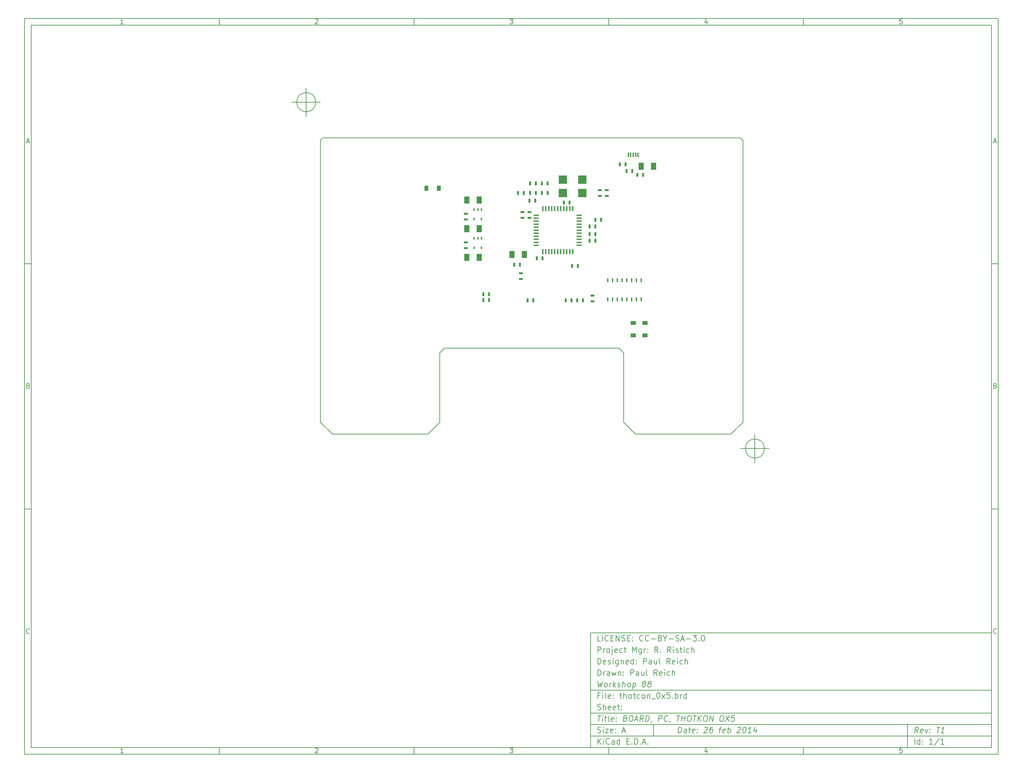
<source format=gtp>
G04 (created by PCBNEW (2013-dec-23)-stable) date Wed 26 Feb 2014 13:22:31 CST*
%MOIN*%
G04 Gerber Fmt 3.4, Leading zero omitted, Abs format*
%FSLAX34Y34*%
G01*
G70*
G90*
G04 APERTURE LIST*
%ADD10C,0.00590551*%
%ADD11C,0.006*%
%ADD12R,0.0141732X0.0478346*%
%ADD13R,0.0225X0.0405*%
%ADD14R,0.0405X0.0225*%
%ADD15R,0.0144X0.054*%
%ADD16R,0.054X0.0144*%
%ADD17R,0.018X0.027*%
%ADD18R,0.018X0.0405*%
%ADD19R,0.054X0.072*%
%ADD20R,0.0442913X0.0531496*%
%ADD21R,0.0531496X0.0442913*%
%ADD22R,0.0855X0.0855*%
G04 APERTURE END LIST*
G54D10*
X4000Y-4000D02*
X106000Y-4000D01*
X106000Y-81000D01*
X4000Y-81000D01*
X4000Y-4000D01*
X4700Y-4700D02*
X105300Y-4700D01*
X105300Y-80300D01*
X4700Y-80300D01*
X4700Y-4700D01*
X24400Y-4000D02*
X24400Y-4700D01*
X14342Y-4552D02*
X14057Y-4552D01*
X14200Y-4552D02*
X14200Y-4052D01*
X14152Y-4123D01*
X14104Y-4171D01*
X14057Y-4195D01*
X24400Y-81000D02*
X24400Y-80300D01*
X14342Y-80852D02*
X14057Y-80852D01*
X14200Y-80852D02*
X14200Y-80352D01*
X14152Y-80423D01*
X14104Y-80471D01*
X14057Y-80495D01*
X44800Y-4000D02*
X44800Y-4700D01*
X34457Y-4100D02*
X34480Y-4076D01*
X34528Y-4052D01*
X34647Y-4052D01*
X34695Y-4076D01*
X34719Y-4100D01*
X34742Y-4147D01*
X34742Y-4195D01*
X34719Y-4266D01*
X34433Y-4552D01*
X34742Y-4552D01*
X44800Y-81000D02*
X44800Y-80300D01*
X34457Y-80400D02*
X34480Y-80376D01*
X34528Y-80352D01*
X34647Y-80352D01*
X34695Y-80376D01*
X34719Y-80400D01*
X34742Y-80447D01*
X34742Y-80495D01*
X34719Y-80566D01*
X34433Y-80852D01*
X34742Y-80852D01*
X65200Y-4000D02*
X65200Y-4700D01*
X54833Y-4052D02*
X55142Y-4052D01*
X54976Y-4242D01*
X55047Y-4242D01*
X55095Y-4266D01*
X55119Y-4290D01*
X55142Y-4338D01*
X55142Y-4457D01*
X55119Y-4504D01*
X55095Y-4528D01*
X55047Y-4552D01*
X54904Y-4552D01*
X54857Y-4528D01*
X54833Y-4504D01*
X65200Y-81000D02*
X65200Y-80300D01*
X54833Y-80352D02*
X55142Y-80352D01*
X54976Y-80542D01*
X55047Y-80542D01*
X55095Y-80566D01*
X55119Y-80590D01*
X55142Y-80638D01*
X55142Y-80757D01*
X55119Y-80804D01*
X55095Y-80828D01*
X55047Y-80852D01*
X54904Y-80852D01*
X54857Y-80828D01*
X54833Y-80804D01*
X85600Y-4000D02*
X85600Y-4700D01*
X75495Y-4219D02*
X75495Y-4552D01*
X75376Y-4028D02*
X75257Y-4385D01*
X75566Y-4385D01*
X85600Y-81000D02*
X85600Y-80300D01*
X75495Y-80519D02*
X75495Y-80852D01*
X75376Y-80328D02*
X75257Y-80685D01*
X75566Y-80685D01*
X95919Y-4052D02*
X95680Y-4052D01*
X95657Y-4290D01*
X95680Y-4266D01*
X95728Y-4242D01*
X95847Y-4242D01*
X95895Y-4266D01*
X95919Y-4290D01*
X95942Y-4338D01*
X95942Y-4457D01*
X95919Y-4504D01*
X95895Y-4528D01*
X95847Y-4552D01*
X95728Y-4552D01*
X95680Y-4528D01*
X95657Y-4504D01*
X95919Y-80352D02*
X95680Y-80352D01*
X95657Y-80590D01*
X95680Y-80566D01*
X95728Y-80542D01*
X95847Y-80542D01*
X95895Y-80566D01*
X95919Y-80590D01*
X95942Y-80638D01*
X95942Y-80757D01*
X95919Y-80804D01*
X95895Y-80828D01*
X95847Y-80852D01*
X95728Y-80852D01*
X95680Y-80828D01*
X95657Y-80804D01*
X4000Y-29660D02*
X4700Y-29660D01*
X4230Y-16889D02*
X4469Y-16889D01*
X4183Y-17032D02*
X4350Y-16532D01*
X4516Y-17032D01*
X106000Y-29660D02*
X105300Y-29660D01*
X105530Y-16889D02*
X105769Y-16889D01*
X105483Y-17032D02*
X105650Y-16532D01*
X105816Y-17032D01*
X4000Y-55320D02*
X4700Y-55320D01*
X4385Y-42430D02*
X4457Y-42454D01*
X4480Y-42478D01*
X4504Y-42525D01*
X4504Y-42597D01*
X4480Y-42644D01*
X4457Y-42668D01*
X4409Y-42692D01*
X4219Y-42692D01*
X4219Y-42192D01*
X4385Y-42192D01*
X4433Y-42216D01*
X4457Y-42240D01*
X4480Y-42287D01*
X4480Y-42335D01*
X4457Y-42382D01*
X4433Y-42406D01*
X4385Y-42430D01*
X4219Y-42430D01*
X106000Y-55320D02*
X105300Y-55320D01*
X105685Y-42430D02*
X105757Y-42454D01*
X105780Y-42478D01*
X105804Y-42525D01*
X105804Y-42597D01*
X105780Y-42644D01*
X105757Y-42668D01*
X105709Y-42692D01*
X105519Y-42692D01*
X105519Y-42192D01*
X105685Y-42192D01*
X105733Y-42216D01*
X105757Y-42240D01*
X105780Y-42287D01*
X105780Y-42335D01*
X105757Y-42382D01*
X105733Y-42406D01*
X105685Y-42430D01*
X105519Y-42430D01*
X4504Y-68304D02*
X4480Y-68328D01*
X4409Y-68352D01*
X4361Y-68352D01*
X4290Y-68328D01*
X4242Y-68280D01*
X4219Y-68233D01*
X4195Y-68138D01*
X4195Y-68066D01*
X4219Y-67971D01*
X4242Y-67923D01*
X4290Y-67876D01*
X4361Y-67852D01*
X4409Y-67852D01*
X4480Y-67876D01*
X4504Y-67900D01*
X105804Y-68304D02*
X105780Y-68328D01*
X105709Y-68352D01*
X105661Y-68352D01*
X105590Y-68328D01*
X105542Y-68280D01*
X105519Y-68233D01*
X105495Y-68138D01*
X105495Y-68066D01*
X105519Y-67971D01*
X105542Y-67923D01*
X105590Y-67876D01*
X105661Y-67852D01*
X105709Y-67852D01*
X105780Y-67876D01*
X105804Y-67900D01*
X72450Y-78742D02*
X72525Y-78142D01*
X72667Y-78142D01*
X72750Y-78171D01*
X72800Y-78228D01*
X72821Y-78285D01*
X72835Y-78400D01*
X72825Y-78485D01*
X72782Y-78600D01*
X72746Y-78657D01*
X72682Y-78714D01*
X72592Y-78742D01*
X72450Y-78742D01*
X73307Y-78742D02*
X73346Y-78428D01*
X73325Y-78371D01*
X73271Y-78342D01*
X73157Y-78342D01*
X73096Y-78371D01*
X73310Y-78714D02*
X73250Y-78742D01*
X73107Y-78742D01*
X73053Y-78714D01*
X73032Y-78657D01*
X73039Y-78600D01*
X73075Y-78542D01*
X73135Y-78514D01*
X73278Y-78514D01*
X73339Y-78485D01*
X73557Y-78342D02*
X73785Y-78342D01*
X73667Y-78142D02*
X73603Y-78657D01*
X73625Y-78714D01*
X73678Y-78742D01*
X73735Y-78742D01*
X74167Y-78714D02*
X74107Y-78742D01*
X73992Y-78742D01*
X73939Y-78714D01*
X73917Y-78657D01*
X73946Y-78428D01*
X73982Y-78371D01*
X74042Y-78342D01*
X74157Y-78342D01*
X74210Y-78371D01*
X74232Y-78428D01*
X74225Y-78485D01*
X73932Y-78542D01*
X74457Y-78685D02*
X74482Y-78714D01*
X74450Y-78742D01*
X74425Y-78714D01*
X74457Y-78685D01*
X74450Y-78742D01*
X74496Y-78371D02*
X74521Y-78400D01*
X74489Y-78428D01*
X74464Y-78400D01*
X74496Y-78371D01*
X74489Y-78428D01*
X75232Y-78200D02*
X75264Y-78171D01*
X75325Y-78142D01*
X75467Y-78142D01*
X75521Y-78171D01*
X75546Y-78200D01*
X75567Y-78257D01*
X75560Y-78314D01*
X75521Y-78400D01*
X75135Y-78742D01*
X75507Y-78742D01*
X76096Y-78142D02*
X75982Y-78142D01*
X75921Y-78171D01*
X75889Y-78200D01*
X75821Y-78285D01*
X75778Y-78400D01*
X75750Y-78628D01*
X75771Y-78685D01*
X75796Y-78714D01*
X75850Y-78742D01*
X75964Y-78742D01*
X76025Y-78714D01*
X76057Y-78685D01*
X76092Y-78628D01*
X76110Y-78485D01*
X76089Y-78428D01*
X76064Y-78400D01*
X76010Y-78371D01*
X75896Y-78371D01*
X75835Y-78400D01*
X75803Y-78428D01*
X75767Y-78485D01*
X76757Y-78342D02*
X76985Y-78342D01*
X76792Y-78742D02*
X76857Y-78228D01*
X76892Y-78171D01*
X76953Y-78142D01*
X77010Y-78142D01*
X77367Y-78714D02*
X77307Y-78742D01*
X77192Y-78742D01*
X77139Y-78714D01*
X77117Y-78657D01*
X77146Y-78428D01*
X77182Y-78371D01*
X77242Y-78342D01*
X77357Y-78342D01*
X77410Y-78371D01*
X77432Y-78428D01*
X77425Y-78485D01*
X77132Y-78542D01*
X77650Y-78742D02*
X77725Y-78142D01*
X77696Y-78371D02*
X77757Y-78342D01*
X77871Y-78342D01*
X77925Y-78371D01*
X77950Y-78400D01*
X77971Y-78457D01*
X77950Y-78628D01*
X77914Y-78685D01*
X77882Y-78714D01*
X77821Y-78742D01*
X77707Y-78742D01*
X77653Y-78714D01*
X78689Y-78200D02*
X78721Y-78171D01*
X78782Y-78142D01*
X78925Y-78142D01*
X78978Y-78171D01*
X79003Y-78200D01*
X79025Y-78257D01*
X79017Y-78314D01*
X78978Y-78400D01*
X78592Y-78742D01*
X78964Y-78742D01*
X79410Y-78142D02*
X79467Y-78142D01*
X79521Y-78171D01*
X79546Y-78200D01*
X79567Y-78257D01*
X79582Y-78371D01*
X79564Y-78514D01*
X79521Y-78628D01*
X79485Y-78685D01*
X79453Y-78714D01*
X79392Y-78742D01*
X79335Y-78742D01*
X79282Y-78714D01*
X79257Y-78685D01*
X79235Y-78628D01*
X79221Y-78514D01*
X79239Y-78371D01*
X79282Y-78257D01*
X79317Y-78200D01*
X79350Y-78171D01*
X79410Y-78142D01*
X80107Y-78742D02*
X79764Y-78742D01*
X79935Y-78742D02*
X80010Y-78142D01*
X79942Y-78228D01*
X79878Y-78285D01*
X79817Y-78314D01*
X80671Y-78342D02*
X80621Y-78742D01*
X80557Y-78114D02*
X80360Y-78542D01*
X80732Y-78542D01*
X64042Y-79942D02*
X64042Y-79342D01*
X64385Y-79942D02*
X64128Y-79600D01*
X64385Y-79342D02*
X64042Y-79685D01*
X64642Y-79942D02*
X64642Y-79542D01*
X64642Y-79342D02*
X64614Y-79371D01*
X64642Y-79400D01*
X64671Y-79371D01*
X64642Y-79342D01*
X64642Y-79400D01*
X65271Y-79885D02*
X65242Y-79914D01*
X65157Y-79942D01*
X65100Y-79942D01*
X65014Y-79914D01*
X64957Y-79857D01*
X64928Y-79800D01*
X64900Y-79685D01*
X64900Y-79600D01*
X64928Y-79485D01*
X64957Y-79428D01*
X65014Y-79371D01*
X65100Y-79342D01*
X65157Y-79342D01*
X65242Y-79371D01*
X65271Y-79400D01*
X65785Y-79942D02*
X65785Y-79628D01*
X65757Y-79571D01*
X65700Y-79542D01*
X65585Y-79542D01*
X65528Y-79571D01*
X65785Y-79914D02*
X65728Y-79942D01*
X65585Y-79942D01*
X65528Y-79914D01*
X65500Y-79857D01*
X65500Y-79800D01*
X65528Y-79742D01*
X65585Y-79714D01*
X65728Y-79714D01*
X65785Y-79685D01*
X66328Y-79942D02*
X66328Y-79342D01*
X66328Y-79914D02*
X66271Y-79942D01*
X66157Y-79942D01*
X66100Y-79914D01*
X66071Y-79885D01*
X66042Y-79828D01*
X66042Y-79657D01*
X66071Y-79600D01*
X66100Y-79571D01*
X66157Y-79542D01*
X66271Y-79542D01*
X66328Y-79571D01*
X67071Y-79628D02*
X67271Y-79628D01*
X67357Y-79942D02*
X67071Y-79942D01*
X67071Y-79342D01*
X67357Y-79342D01*
X67614Y-79885D02*
X67642Y-79914D01*
X67614Y-79942D01*
X67585Y-79914D01*
X67614Y-79885D01*
X67614Y-79942D01*
X67899Y-79942D02*
X67899Y-79342D01*
X68042Y-79342D01*
X68128Y-79371D01*
X68185Y-79428D01*
X68214Y-79485D01*
X68242Y-79600D01*
X68242Y-79685D01*
X68214Y-79800D01*
X68185Y-79857D01*
X68128Y-79914D01*
X68042Y-79942D01*
X67899Y-79942D01*
X68499Y-79885D02*
X68528Y-79914D01*
X68499Y-79942D01*
X68471Y-79914D01*
X68499Y-79885D01*
X68499Y-79942D01*
X68757Y-79771D02*
X69042Y-79771D01*
X68699Y-79942D02*
X68899Y-79342D01*
X69099Y-79942D01*
X69299Y-79885D02*
X69328Y-79914D01*
X69299Y-79942D01*
X69271Y-79914D01*
X69299Y-79885D01*
X69299Y-79942D01*
X97592Y-78742D02*
X97428Y-78457D01*
X97250Y-78742D02*
X97325Y-78142D01*
X97553Y-78142D01*
X97607Y-78171D01*
X97632Y-78200D01*
X97653Y-78257D01*
X97642Y-78342D01*
X97607Y-78400D01*
X97575Y-78428D01*
X97514Y-78457D01*
X97285Y-78457D01*
X98082Y-78714D02*
X98021Y-78742D01*
X97907Y-78742D01*
X97853Y-78714D01*
X97832Y-78657D01*
X97860Y-78428D01*
X97896Y-78371D01*
X97957Y-78342D01*
X98071Y-78342D01*
X98125Y-78371D01*
X98146Y-78428D01*
X98139Y-78485D01*
X97846Y-78542D01*
X98357Y-78342D02*
X98450Y-78742D01*
X98642Y-78342D01*
X98828Y-78685D02*
X98853Y-78714D01*
X98821Y-78742D01*
X98796Y-78714D01*
X98828Y-78685D01*
X98821Y-78742D01*
X98867Y-78371D02*
X98892Y-78400D01*
X98860Y-78428D01*
X98835Y-78400D01*
X98867Y-78371D01*
X98860Y-78428D01*
X99553Y-78142D02*
X99896Y-78142D01*
X99650Y-78742D02*
X99725Y-78142D01*
X100335Y-78742D02*
X99992Y-78742D01*
X100164Y-78742D02*
X100239Y-78142D01*
X100171Y-78228D01*
X100107Y-78285D01*
X100046Y-78314D01*
X64014Y-78714D02*
X64100Y-78742D01*
X64242Y-78742D01*
X64300Y-78714D01*
X64328Y-78685D01*
X64357Y-78628D01*
X64357Y-78571D01*
X64328Y-78514D01*
X64300Y-78485D01*
X64242Y-78457D01*
X64128Y-78428D01*
X64071Y-78400D01*
X64042Y-78371D01*
X64014Y-78314D01*
X64014Y-78257D01*
X64042Y-78200D01*
X64071Y-78171D01*
X64128Y-78142D01*
X64271Y-78142D01*
X64357Y-78171D01*
X64614Y-78742D02*
X64614Y-78342D01*
X64614Y-78142D02*
X64585Y-78171D01*
X64614Y-78200D01*
X64642Y-78171D01*
X64614Y-78142D01*
X64614Y-78200D01*
X64842Y-78342D02*
X65157Y-78342D01*
X64842Y-78742D01*
X65157Y-78742D01*
X65614Y-78714D02*
X65557Y-78742D01*
X65442Y-78742D01*
X65385Y-78714D01*
X65357Y-78657D01*
X65357Y-78428D01*
X65385Y-78371D01*
X65442Y-78342D01*
X65557Y-78342D01*
X65614Y-78371D01*
X65642Y-78428D01*
X65642Y-78485D01*
X65357Y-78542D01*
X65900Y-78685D02*
X65928Y-78714D01*
X65900Y-78742D01*
X65871Y-78714D01*
X65900Y-78685D01*
X65900Y-78742D01*
X65900Y-78371D02*
X65928Y-78400D01*
X65900Y-78428D01*
X65871Y-78400D01*
X65900Y-78371D01*
X65900Y-78428D01*
X66614Y-78571D02*
X66900Y-78571D01*
X66557Y-78742D02*
X66757Y-78142D01*
X66957Y-78742D01*
X97242Y-79942D02*
X97242Y-79342D01*
X97785Y-79942D02*
X97785Y-79342D01*
X97785Y-79914D02*
X97728Y-79942D01*
X97614Y-79942D01*
X97557Y-79914D01*
X97528Y-79885D01*
X97500Y-79828D01*
X97500Y-79657D01*
X97528Y-79600D01*
X97557Y-79571D01*
X97614Y-79542D01*
X97728Y-79542D01*
X97785Y-79571D01*
X98071Y-79885D02*
X98100Y-79914D01*
X98071Y-79942D01*
X98042Y-79914D01*
X98071Y-79885D01*
X98071Y-79942D01*
X98071Y-79571D02*
X98100Y-79600D01*
X98071Y-79628D01*
X98042Y-79600D01*
X98071Y-79571D01*
X98071Y-79628D01*
X99128Y-79942D02*
X98785Y-79942D01*
X98957Y-79942D02*
X98957Y-79342D01*
X98899Y-79428D01*
X98842Y-79485D01*
X98785Y-79514D01*
X99814Y-79314D02*
X99300Y-80085D01*
X100328Y-79942D02*
X99985Y-79942D01*
X100157Y-79942D02*
X100157Y-79342D01*
X100099Y-79428D01*
X100042Y-79485D01*
X99985Y-79514D01*
X64039Y-76942D02*
X64382Y-76942D01*
X64135Y-77542D02*
X64210Y-76942D01*
X64507Y-77542D02*
X64557Y-77142D01*
X64582Y-76942D02*
X64550Y-76971D01*
X64575Y-77000D01*
X64607Y-76971D01*
X64582Y-76942D01*
X64575Y-77000D01*
X64757Y-77142D02*
X64985Y-77142D01*
X64867Y-76942D02*
X64803Y-77457D01*
X64825Y-77514D01*
X64878Y-77542D01*
X64935Y-77542D01*
X65221Y-77542D02*
X65167Y-77514D01*
X65146Y-77457D01*
X65210Y-76942D01*
X65682Y-77514D02*
X65621Y-77542D01*
X65507Y-77542D01*
X65453Y-77514D01*
X65432Y-77457D01*
X65460Y-77228D01*
X65496Y-77171D01*
X65557Y-77142D01*
X65671Y-77142D01*
X65725Y-77171D01*
X65746Y-77228D01*
X65739Y-77285D01*
X65446Y-77342D01*
X65971Y-77485D02*
X65996Y-77514D01*
X65964Y-77542D01*
X65939Y-77514D01*
X65971Y-77485D01*
X65964Y-77542D01*
X66010Y-77171D02*
X66035Y-77200D01*
X66003Y-77228D01*
X65978Y-77200D01*
X66010Y-77171D01*
X66003Y-77228D01*
X66946Y-77228D02*
X67028Y-77257D01*
X67053Y-77285D01*
X67075Y-77342D01*
X67064Y-77428D01*
X67028Y-77485D01*
X66996Y-77514D01*
X66935Y-77542D01*
X66707Y-77542D01*
X66782Y-76942D01*
X66982Y-76942D01*
X67035Y-76971D01*
X67060Y-77000D01*
X67082Y-77057D01*
X67075Y-77114D01*
X67039Y-77171D01*
X67007Y-77200D01*
X66946Y-77228D01*
X66746Y-77228D01*
X67496Y-76942D02*
X67610Y-76942D01*
X67664Y-76971D01*
X67714Y-77028D01*
X67728Y-77142D01*
X67703Y-77342D01*
X67660Y-77457D01*
X67596Y-77514D01*
X67535Y-77542D01*
X67421Y-77542D01*
X67367Y-77514D01*
X67317Y-77457D01*
X67303Y-77342D01*
X67328Y-77142D01*
X67371Y-77028D01*
X67435Y-76971D01*
X67496Y-76942D01*
X67928Y-77371D02*
X68214Y-77371D01*
X67850Y-77542D02*
X68125Y-76942D01*
X68250Y-77542D01*
X68792Y-77542D02*
X68628Y-77257D01*
X68450Y-77542D02*
X68525Y-76942D01*
X68753Y-76942D01*
X68807Y-76971D01*
X68832Y-77000D01*
X68853Y-77057D01*
X68842Y-77142D01*
X68807Y-77200D01*
X68775Y-77228D01*
X68714Y-77257D01*
X68485Y-77257D01*
X69050Y-77542D02*
X69125Y-76942D01*
X69267Y-76942D01*
X69350Y-76971D01*
X69400Y-77028D01*
X69421Y-77085D01*
X69435Y-77200D01*
X69425Y-77285D01*
X69382Y-77400D01*
X69346Y-77457D01*
X69282Y-77514D01*
X69192Y-77542D01*
X69050Y-77542D01*
X69682Y-77514D02*
X69678Y-77542D01*
X69642Y-77600D01*
X69610Y-77628D01*
X70392Y-77542D02*
X70467Y-76942D01*
X70696Y-76942D01*
X70749Y-76971D01*
X70775Y-77000D01*
X70796Y-77057D01*
X70785Y-77142D01*
X70750Y-77200D01*
X70717Y-77228D01*
X70657Y-77257D01*
X70428Y-77257D01*
X71342Y-77485D02*
X71310Y-77514D01*
X71221Y-77542D01*
X71164Y-77542D01*
X71082Y-77514D01*
X71032Y-77457D01*
X71010Y-77400D01*
X70996Y-77285D01*
X71007Y-77200D01*
X71050Y-77085D01*
X71085Y-77028D01*
X71149Y-76971D01*
X71239Y-76942D01*
X71296Y-76942D01*
X71378Y-76971D01*
X71403Y-77000D01*
X71625Y-77514D02*
X71621Y-77542D01*
X71585Y-77600D01*
X71553Y-77628D01*
X72325Y-76942D02*
X72667Y-76942D01*
X72421Y-77542D02*
X72496Y-76942D01*
X72792Y-77542D02*
X72867Y-76942D01*
X72832Y-77228D02*
X73175Y-77228D01*
X73135Y-77542D02*
X73210Y-76942D01*
X73610Y-76942D02*
X73725Y-76942D01*
X73778Y-76971D01*
X73828Y-77028D01*
X73842Y-77142D01*
X73817Y-77342D01*
X73774Y-77457D01*
X73710Y-77514D01*
X73650Y-77542D01*
X73535Y-77542D01*
X73482Y-77514D01*
X73432Y-77457D01*
X73417Y-77342D01*
X73442Y-77142D01*
X73485Y-77028D01*
X73549Y-76971D01*
X73610Y-76942D01*
X74039Y-76942D02*
X74382Y-76942D01*
X74135Y-77542D02*
X74210Y-76942D01*
X74507Y-77542D02*
X74582Y-76942D01*
X74849Y-77542D02*
X74635Y-77200D01*
X74924Y-76942D02*
X74539Y-77285D01*
X75296Y-76942D02*
X75410Y-76942D01*
X75464Y-76971D01*
X75514Y-77028D01*
X75528Y-77142D01*
X75503Y-77342D01*
X75460Y-77457D01*
X75396Y-77514D01*
X75335Y-77542D01*
X75221Y-77542D01*
X75167Y-77514D01*
X75117Y-77457D01*
X75103Y-77342D01*
X75128Y-77142D01*
X75171Y-77028D01*
X75235Y-76971D01*
X75296Y-76942D01*
X75735Y-77542D02*
X75810Y-76942D01*
X76078Y-77542D01*
X76153Y-76942D01*
X77010Y-76942D02*
X77124Y-76942D01*
X77178Y-76971D01*
X77228Y-77028D01*
X77242Y-77142D01*
X77217Y-77342D01*
X77174Y-77457D01*
X77110Y-77514D01*
X77049Y-77542D01*
X76935Y-77542D01*
X76882Y-77514D01*
X76832Y-77457D01*
X76817Y-77342D01*
X76842Y-77142D01*
X76885Y-77028D01*
X76949Y-76971D01*
X77010Y-76942D01*
X77467Y-76942D02*
X77792Y-77542D01*
X77867Y-76942D02*
X77392Y-77542D01*
X78382Y-76942D02*
X78096Y-76942D01*
X78032Y-77228D01*
X78064Y-77200D01*
X78124Y-77171D01*
X78267Y-77171D01*
X78321Y-77200D01*
X78346Y-77228D01*
X78367Y-77285D01*
X78349Y-77428D01*
X78314Y-77485D01*
X78282Y-77514D01*
X78221Y-77542D01*
X78078Y-77542D01*
X78024Y-77514D01*
X77999Y-77485D01*
X64242Y-74828D02*
X64042Y-74828D01*
X64042Y-75142D02*
X64042Y-74542D01*
X64328Y-74542D01*
X64557Y-75142D02*
X64557Y-74742D01*
X64557Y-74542D02*
X64528Y-74571D01*
X64557Y-74600D01*
X64585Y-74571D01*
X64557Y-74542D01*
X64557Y-74600D01*
X64928Y-75142D02*
X64871Y-75114D01*
X64842Y-75057D01*
X64842Y-74542D01*
X65385Y-75114D02*
X65328Y-75142D01*
X65214Y-75142D01*
X65157Y-75114D01*
X65128Y-75057D01*
X65128Y-74828D01*
X65157Y-74771D01*
X65214Y-74742D01*
X65328Y-74742D01*
X65385Y-74771D01*
X65414Y-74828D01*
X65414Y-74885D01*
X65128Y-74942D01*
X65671Y-75085D02*
X65700Y-75114D01*
X65671Y-75142D01*
X65642Y-75114D01*
X65671Y-75085D01*
X65671Y-75142D01*
X65671Y-74771D02*
X65700Y-74800D01*
X65671Y-74828D01*
X65642Y-74800D01*
X65671Y-74771D01*
X65671Y-74828D01*
X66328Y-74742D02*
X66557Y-74742D01*
X66414Y-74542D02*
X66414Y-75057D01*
X66442Y-75114D01*
X66500Y-75142D01*
X66557Y-75142D01*
X66757Y-75142D02*
X66757Y-74542D01*
X67014Y-75142D02*
X67014Y-74828D01*
X66985Y-74771D01*
X66928Y-74742D01*
X66842Y-74742D01*
X66785Y-74771D01*
X66757Y-74800D01*
X67385Y-75142D02*
X67328Y-75114D01*
X67300Y-75085D01*
X67271Y-75028D01*
X67271Y-74857D01*
X67300Y-74800D01*
X67328Y-74771D01*
X67385Y-74742D01*
X67471Y-74742D01*
X67528Y-74771D01*
X67557Y-74800D01*
X67585Y-74857D01*
X67585Y-75028D01*
X67557Y-75085D01*
X67528Y-75114D01*
X67471Y-75142D01*
X67385Y-75142D01*
X67757Y-74742D02*
X67985Y-74742D01*
X67842Y-74542D02*
X67842Y-75057D01*
X67871Y-75114D01*
X67928Y-75142D01*
X67985Y-75142D01*
X68442Y-75114D02*
X68385Y-75142D01*
X68271Y-75142D01*
X68214Y-75114D01*
X68185Y-75085D01*
X68157Y-75028D01*
X68157Y-74857D01*
X68185Y-74800D01*
X68214Y-74771D01*
X68271Y-74742D01*
X68385Y-74742D01*
X68442Y-74771D01*
X68785Y-75142D02*
X68728Y-75114D01*
X68700Y-75085D01*
X68671Y-75028D01*
X68671Y-74857D01*
X68700Y-74800D01*
X68728Y-74771D01*
X68785Y-74742D01*
X68871Y-74742D01*
X68928Y-74771D01*
X68957Y-74800D01*
X68985Y-74857D01*
X68985Y-75028D01*
X68957Y-75085D01*
X68928Y-75114D01*
X68871Y-75142D01*
X68785Y-75142D01*
X69242Y-74742D02*
X69242Y-75142D01*
X69242Y-74800D02*
X69271Y-74771D01*
X69328Y-74742D01*
X69414Y-74742D01*
X69471Y-74771D01*
X69500Y-74828D01*
X69500Y-75142D01*
X69642Y-75200D02*
X70100Y-75200D01*
X70357Y-74542D02*
X70414Y-74542D01*
X70471Y-74571D01*
X70500Y-74600D01*
X70528Y-74657D01*
X70557Y-74771D01*
X70557Y-74914D01*
X70528Y-75028D01*
X70500Y-75085D01*
X70471Y-75114D01*
X70414Y-75142D01*
X70357Y-75142D01*
X70300Y-75114D01*
X70271Y-75085D01*
X70242Y-75028D01*
X70214Y-74914D01*
X70214Y-74771D01*
X70242Y-74657D01*
X70271Y-74600D01*
X70300Y-74571D01*
X70357Y-74542D01*
X70757Y-75142D02*
X71071Y-74742D01*
X70757Y-74742D02*
X71071Y-75142D01*
X71585Y-74542D02*
X71300Y-74542D01*
X71271Y-74828D01*
X71300Y-74800D01*
X71357Y-74771D01*
X71500Y-74771D01*
X71557Y-74800D01*
X71585Y-74828D01*
X71614Y-74885D01*
X71614Y-75028D01*
X71585Y-75085D01*
X71557Y-75114D01*
X71500Y-75142D01*
X71357Y-75142D01*
X71300Y-75114D01*
X71271Y-75085D01*
X71871Y-75085D02*
X71900Y-75114D01*
X71871Y-75142D01*
X71842Y-75114D01*
X71871Y-75085D01*
X71871Y-75142D01*
X72157Y-75142D02*
X72157Y-74542D01*
X72157Y-74771D02*
X72214Y-74742D01*
X72328Y-74742D01*
X72385Y-74771D01*
X72414Y-74800D01*
X72442Y-74857D01*
X72442Y-75028D01*
X72414Y-75085D01*
X72385Y-75114D01*
X72328Y-75142D01*
X72214Y-75142D01*
X72157Y-75114D01*
X72700Y-75142D02*
X72700Y-74742D01*
X72700Y-74857D02*
X72728Y-74800D01*
X72757Y-74771D01*
X72814Y-74742D01*
X72871Y-74742D01*
X73328Y-75142D02*
X73328Y-74542D01*
X73328Y-75114D02*
X73271Y-75142D01*
X73157Y-75142D01*
X73100Y-75114D01*
X73071Y-75085D01*
X73042Y-75028D01*
X73042Y-74857D01*
X73071Y-74800D01*
X73100Y-74771D01*
X73157Y-74742D01*
X73271Y-74742D01*
X73328Y-74771D01*
X64014Y-76314D02*
X64100Y-76342D01*
X64242Y-76342D01*
X64300Y-76314D01*
X64328Y-76285D01*
X64357Y-76228D01*
X64357Y-76171D01*
X64328Y-76114D01*
X64300Y-76085D01*
X64242Y-76057D01*
X64128Y-76028D01*
X64071Y-76000D01*
X64042Y-75971D01*
X64014Y-75914D01*
X64014Y-75857D01*
X64042Y-75800D01*
X64071Y-75771D01*
X64128Y-75742D01*
X64271Y-75742D01*
X64357Y-75771D01*
X64614Y-76342D02*
X64614Y-75742D01*
X64871Y-76342D02*
X64871Y-76028D01*
X64842Y-75971D01*
X64785Y-75942D01*
X64700Y-75942D01*
X64642Y-75971D01*
X64614Y-76000D01*
X65385Y-76314D02*
X65328Y-76342D01*
X65214Y-76342D01*
X65157Y-76314D01*
X65128Y-76257D01*
X65128Y-76028D01*
X65157Y-75971D01*
X65214Y-75942D01*
X65328Y-75942D01*
X65385Y-75971D01*
X65414Y-76028D01*
X65414Y-76085D01*
X65128Y-76142D01*
X65900Y-76314D02*
X65842Y-76342D01*
X65728Y-76342D01*
X65671Y-76314D01*
X65642Y-76257D01*
X65642Y-76028D01*
X65671Y-75971D01*
X65728Y-75942D01*
X65842Y-75942D01*
X65900Y-75971D01*
X65928Y-76028D01*
X65928Y-76085D01*
X65642Y-76142D01*
X66100Y-75942D02*
X66328Y-75942D01*
X66185Y-75742D02*
X66185Y-76257D01*
X66214Y-76314D01*
X66271Y-76342D01*
X66328Y-76342D01*
X66528Y-76285D02*
X66557Y-76314D01*
X66528Y-76342D01*
X66500Y-76314D01*
X66528Y-76285D01*
X66528Y-76342D01*
X66528Y-75971D02*
X66557Y-76000D01*
X66528Y-76028D01*
X66500Y-76000D01*
X66528Y-75971D01*
X66528Y-76028D01*
X64067Y-73342D02*
X64135Y-73942D01*
X64303Y-73514D01*
X64364Y-73942D01*
X64582Y-73342D01*
X64821Y-73942D02*
X64767Y-73914D01*
X64742Y-73885D01*
X64721Y-73828D01*
X64742Y-73657D01*
X64778Y-73600D01*
X64810Y-73571D01*
X64871Y-73542D01*
X64957Y-73542D01*
X65010Y-73571D01*
X65035Y-73600D01*
X65057Y-73657D01*
X65035Y-73828D01*
X65000Y-73885D01*
X64967Y-73914D01*
X64907Y-73942D01*
X64821Y-73942D01*
X65278Y-73942D02*
X65328Y-73542D01*
X65314Y-73657D02*
X65350Y-73600D01*
X65382Y-73571D01*
X65442Y-73542D01*
X65500Y-73542D01*
X65650Y-73942D02*
X65725Y-73342D01*
X65735Y-73714D02*
X65878Y-73942D01*
X65928Y-73542D02*
X65671Y-73771D01*
X66110Y-73914D02*
X66164Y-73942D01*
X66278Y-73942D01*
X66339Y-73914D01*
X66375Y-73857D01*
X66378Y-73828D01*
X66357Y-73771D01*
X66303Y-73742D01*
X66217Y-73742D01*
X66164Y-73714D01*
X66142Y-73657D01*
X66146Y-73628D01*
X66182Y-73571D01*
X66242Y-73542D01*
X66328Y-73542D01*
X66382Y-73571D01*
X66621Y-73942D02*
X66696Y-73342D01*
X66878Y-73942D02*
X66917Y-73628D01*
X66896Y-73571D01*
X66842Y-73542D01*
X66757Y-73542D01*
X66696Y-73571D01*
X66664Y-73600D01*
X67249Y-73942D02*
X67196Y-73914D01*
X67171Y-73885D01*
X67150Y-73828D01*
X67171Y-73657D01*
X67207Y-73600D01*
X67239Y-73571D01*
X67299Y-73542D01*
X67385Y-73542D01*
X67439Y-73571D01*
X67464Y-73600D01*
X67485Y-73657D01*
X67464Y-73828D01*
X67428Y-73885D01*
X67396Y-73914D01*
X67335Y-73942D01*
X67249Y-73942D01*
X67757Y-73542D02*
X67682Y-74142D01*
X67753Y-73571D02*
X67814Y-73542D01*
X67928Y-73542D01*
X67982Y-73571D01*
X68007Y-73600D01*
X68028Y-73657D01*
X68007Y-73828D01*
X67971Y-73885D01*
X67939Y-73914D01*
X67878Y-73942D01*
X67764Y-73942D01*
X67710Y-73914D01*
X68835Y-73600D02*
X68782Y-73571D01*
X68757Y-73542D01*
X68735Y-73485D01*
X68739Y-73457D01*
X68774Y-73400D01*
X68807Y-73371D01*
X68867Y-73342D01*
X68982Y-73342D01*
X69035Y-73371D01*
X69060Y-73400D01*
X69082Y-73457D01*
X69078Y-73485D01*
X69042Y-73542D01*
X69010Y-73571D01*
X68949Y-73600D01*
X68835Y-73600D01*
X68775Y-73628D01*
X68742Y-73657D01*
X68707Y-73714D01*
X68692Y-73828D01*
X68714Y-73885D01*
X68739Y-73914D01*
X68792Y-73942D01*
X68907Y-73942D01*
X68967Y-73914D01*
X68999Y-73885D01*
X69035Y-73828D01*
X69049Y-73714D01*
X69028Y-73657D01*
X69003Y-73628D01*
X68949Y-73600D01*
X69407Y-73600D02*
X69353Y-73571D01*
X69328Y-73542D01*
X69307Y-73485D01*
X69310Y-73457D01*
X69346Y-73400D01*
X69378Y-73371D01*
X69439Y-73342D01*
X69553Y-73342D01*
X69607Y-73371D01*
X69632Y-73400D01*
X69653Y-73457D01*
X69650Y-73485D01*
X69614Y-73542D01*
X69582Y-73571D01*
X69521Y-73600D01*
X69407Y-73600D01*
X69346Y-73628D01*
X69314Y-73657D01*
X69278Y-73714D01*
X69264Y-73828D01*
X69285Y-73885D01*
X69310Y-73914D01*
X69364Y-73942D01*
X69478Y-73942D01*
X69539Y-73914D01*
X69571Y-73885D01*
X69607Y-73828D01*
X69621Y-73714D01*
X69599Y-73657D01*
X69575Y-73628D01*
X69521Y-73600D01*
X64042Y-72742D02*
X64042Y-72142D01*
X64185Y-72142D01*
X64271Y-72171D01*
X64328Y-72228D01*
X64357Y-72285D01*
X64385Y-72400D01*
X64385Y-72485D01*
X64357Y-72600D01*
X64328Y-72657D01*
X64271Y-72714D01*
X64185Y-72742D01*
X64042Y-72742D01*
X64642Y-72742D02*
X64642Y-72342D01*
X64642Y-72457D02*
X64671Y-72400D01*
X64700Y-72371D01*
X64757Y-72342D01*
X64814Y-72342D01*
X65271Y-72742D02*
X65271Y-72428D01*
X65242Y-72371D01*
X65185Y-72342D01*
X65071Y-72342D01*
X65014Y-72371D01*
X65271Y-72714D02*
X65214Y-72742D01*
X65071Y-72742D01*
X65014Y-72714D01*
X64985Y-72657D01*
X64985Y-72600D01*
X65014Y-72542D01*
X65071Y-72514D01*
X65214Y-72514D01*
X65271Y-72485D01*
X65500Y-72342D02*
X65614Y-72742D01*
X65728Y-72457D01*
X65842Y-72742D01*
X65957Y-72342D01*
X66185Y-72342D02*
X66185Y-72742D01*
X66185Y-72400D02*
X66214Y-72371D01*
X66271Y-72342D01*
X66357Y-72342D01*
X66414Y-72371D01*
X66442Y-72428D01*
X66442Y-72742D01*
X66728Y-72685D02*
X66757Y-72714D01*
X66728Y-72742D01*
X66700Y-72714D01*
X66728Y-72685D01*
X66728Y-72742D01*
X66728Y-72371D02*
X66757Y-72400D01*
X66728Y-72428D01*
X66700Y-72400D01*
X66728Y-72371D01*
X66728Y-72428D01*
X67471Y-72742D02*
X67471Y-72142D01*
X67700Y-72142D01*
X67757Y-72171D01*
X67785Y-72200D01*
X67814Y-72257D01*
X67814Y-72342D01*
X67785Y-72400D01*
X67757Y-72428D01*
X67700Y-72457D01*
X67471Y-72457D01*
X68328Y-72742D02*
X68328Y-72428D01*
X68300Y-72371D01*
X68242Y-72342D01*
X68128Y-72342D01*
X68071Y-72371D01*
X68328Y-72714D02*
X68271Y-72742D01*
X68128Y-72742D01*
X68071Y-72714D01*
X68042Y-72657D01*
X68042Y-72600D01*
X68071Y-72542D01*
X68128Y-72514D01*
X68271Y-72514D01*
X68328Y-72485D01*
X68871Y-72342D02*
X68871Y-72742D01*
X68614Y-72342D02*
X68614Y-72657D01*
X68642Y-72714D01*
X68699Y-72742D01*
X68785Y-72742D01*
X68842Y-72714D01*
X68871Y-72685D01*
X69242Y-72742D02*
X69185Y-72714D01*
X69157Y-72657D01*
X69157Y-72142D01*
X70271Y-72742D02*
X70071Y-72457D01*
X69928Y-72742D02*
X69928Y-72142D01*
X70157Y-72142D01*
X70214Y-72171D01*
X70242Y-72200D01*
X70271Y-72257D01*
X70271Y-72342D01*
X70242Y-72400D01*
X70214Y-72428D01*
X70157Y-72457D01*
X69928Y-72457D01*
X70757Y-72714D02*
X70700Y-72742D01*
X70585Y-72742D01*
X70528Y-72714D01*
X70500Y-72657D01*
X70500Y-72428D01*
X70528Y-72371D01*
X70585Y-72342D01*
X70700Y-72342D01*
X70757Y-72371D01*
X70785Y-72428D01*
X70785Y-72485D01*
X70500Y-72542D01*
X71042Y-72742D02*
X71042Y-72342D01*
X71042Y-72142D02*
X71014Y-72171D01*
X71042Y-72200D01*
X71071Y-72171D01*
X71042Y-72142D01*
X71042Y-72200D01*
X71585Y-72714D02*
X71528Y-72742D01*
X71414Y-72742D01*
X71357Y-72714D01*
X71328Y-72685D01*
X71300Y-72628D01*
X71300Y-72457D01*
X71328Y-72400D01*
X71357Y-72371D01*
X71414Y-72342D01*
X71528Y-72342D01*
X71585Y-72371D01*
X71842Y-72742D02*
X71842Y-72142D01*
X72100Y-72742D02*
X72100Y-72428D01*
X72071Y-72371D01*
X72014Y-72342D01*
X71928Y-72342D01*
X71871Y-72371D01*
X71842Y-72400D01*
X64042Y-71542D02*
X64042Y-70942D01*
X64185Y-70942D01*
X64271Y-70971D01*
X64328Y-71028D01*
X64357Y-71085D01*
X64385Y-71200D01*
X64385Y-71285D01*
X64357Y-71400D01*
X64328Y-71457D01*
X64271Y-71514D01*
X64185Y-71542D01*
X64042Y-71542D01*
X64871Y-71514D02*
X64814Y-71542D01*
X64700Y-71542D01*
X64642Y-71514D01*
X64614Y-71457D01*
X64614Y-71228D01*
X64642Y-71171D01*
X64700Y-71142D01*
X64814Y-71142D01*
X64871Y-71171D01*
X64900Y-71228D01*
X64900Y-71285D01*
X64614Y-71342D01*
X65128Y-71514D02*
X65185Y-71542D01*
X65300Y-71542D01*
X65357Y-71514D01*
X65385Y-71457D01*
X65385Y-71428D01*
X65357Y-71371D01*
X65300Y-71342D01*
X65214Y-71342D01*
X65157Y-71314D01*
X65128Y-71257D01*
X65128Y-71228D01*
X65157Y-71171D01*
X65214Y-71142D01*
X65300Y-71142D01*
X65357Y-71171D01*
X65642Y-71542D02*
X65642Y-71142D01*
X65642Y-70942D02*
X65614Y-70971D01*
X65642Y-71000D01*
X65671Y-70971D01*
X65642Y-70942D01*
X65642Y-71000D01*
X66185Y-71142D02*
X66185Y-71628D01*
X66157Y-71685D01*
X66128Y-71714D01*
X66071Y-71742D01*
X65985Y-71742D01*
X65928Y-71714D01*
X66185Y-71514D02*
X66128Y-71542D01*
X66014Y-71542D01*
X65957Y-71514D01*
X65928Y-71485D01*
X65900Y-71428D01*
X65900Y-71257D01*
X65928Y-71200D01*
X65957Y-71171D01*
X66014Y-71142D01*
X66128Y-71142D01*
X66185Y-71171D01*
X66471Y-71142D02*
X66471Y-71542D01*
X66471Y-71200D02*
X66500Y-71171D01*
X66557Y-71142D01*
X66642Y-71142D01*
X66700Y-71171D01*
X66728Y-71228D01*
X66728Y-71542D01*
X67242Y-71514D02*
X67185Y-71542D01*
X67071Y-71542D01*
X67014Y-71514D01*
X66985Y-71457D01*
X66985Y-71228D01*
X67014Y-71171D01*
X67071Y-71142D01*
X67185Y-71142D01*
X67242Y-71171D01*
X67271Y-71228D01*
X67271Y-71285D01*
X66985Y-71342D01*
X67785Y-71542D02*
X67785Y-70942D01*
X67785Y-71514D02*
X67728Y-71542D01*
X67614Y-71542D01*
X67557Y-71514D01*
X67528Y-71485D01*
X67500Y-71428D01*
X67500Y-71257D01*
X67528Y-71200D01*
X67557Y-71171D01*
X67614Y-71142D01*
X67728Y-71142D01*
X67785Y-71171D01*
X68071Y-71485D02*
X68100Y-71514D01*
X68071Y-71542D01*
X68042Y-71514D01*
X68071Y-71485D01*
X68071Y-71542D01*
X68071Y-71171D02*
X68100Y-71200D01*
X68071Y-71228D01*
X68042Y-71200D01*
X68071Y-71171D01*
X68071Y-71228D01*
X68814Y-71542D02*
X68814Y-70942D01*
X69042Y-70942D01*
X69099Y-70971D01*
X69128Y-71000D01*
X69157Y-71057D01*
X69157Y-71142D01*
X69128Y-71200D01*
X69099Y-71228D01*
X69042Y-71257D01*
X68814Y-71257D01*
X69671Y-71542D02*
X69671Y-71228D01*
X69642Y-71171D01*
X69585Y-71142D01*
X69471Y-71142D01*
X69414Y-71171D01*
X69671Y-71514D02*
X69614Y-71542D01*
X69471Y-71542D01*
X69414Y-71514D01*
X69385Y-71457D01*
X69385Y-71400D01*
X69414Y-71342D01*
X69471Y-71314D01*
X69614Y-71314D01*
X69671Y-71285D01*
X70214Y-71142D02*
X70214Y-71542D01*
X69957Y-71142D02*
X69957Y-71457D01*
X69985Y-71514D01*
X70042Y-71542D01*
X70128Y-71542D01*
X70185Y-71514D01*
X70214Y-71485D01*
X70585Y-71542D02*
X70528Y-71514D01*
X70499Y-71457D01*
X70499Y-70942D01*
X71614Y-71542D02*
X71414Y-71257D01*
X71271Y-71542D02*
X71271Y-70942D01*
X71500Y-70942D01*
X71557Y-70971D01*
X71585Y-71000D01*
X71614Y-71057D01*
X71614Y-71142D01*
X71585Y-71200D01*
X71557Y-71228D01*
X71500Y-71257D01*
X71271Y-71257D01*
X72100Y-71514D02*
X72042Y-71542D01*
X71928Y-71542D01*
X71871Y-71514D01*
X71842Y-71457D01*
X71842Y-71228D01*
X71871Y-71171D01*
X71928Y-71142D01*
X72042Y-71142D01*
X72100Y-71171D01*
X72128Y-71228D01*
X72128Y-71285D01*
X71842Y-71342D01*
X72385Y-71542D02*
X72385Y-71142D01*
X72385Y-70942D02*
X72357Y-70971D01*
X72385Y-71000D01*
X72414Y-70971D01*
X72385Y-70942D01*
X72385Y-71000D01*
X72928Y-71514D02*
X72871Y-71542D01*
X72757Y-71542D01*
X72700Y-71514D01*
X72671Y-71485D01*
X72642Y-71428D01*
X72642Y-71257D01*
X72671Y-71200D01*
X72700Y-71171D01*
X72757Y-71142D01*
X72871Y-71142D01*
X72928Y-71171D01*
X73185Y-71542D02*
X73185Y-70942D01*
X73442Y-71542D02*
X73442Y-71228D01*
X73414Y-71171D01*
X73357Y-71142D01*
X73271Y-71142D01*
X73214Y-71171D01*
X73185Y-71200D01*
X64042Y-70342D02*
X64042Y-69742D01*
X64271Y-69742D01*
X64328Y-69771D01*
X64357Y-69800D01*
X64385Y-69857D01*
X64385Y-69942D01*
X64357Y-70000D01*
X64328Y-70028D01*
X64271Y-70057D01*
X64042Y-70057D01*
X64642Y-70342D02*
X64642Y-69942D01*
X64642Y-70057D02*
X64671Y-70000D01*
X64700Y-69971D01*
X64757Y-69942D01*
X64814Y-69942D01*
X65100Y-70342D02*
X65042Y-70314D01*
X65014Y-70285D01*
X64985Y-70228D01*
X64985Y-70057D01*
X65014Y-70000D01*
X65042Y-69971D01*
X65100Y-69942D01*
X65185Y-69942D01*
X65242Y-69971D01*
X65271Y-70000D01*
X65300Y-70057D01*
X65300Y-70228D01*
X65271Y-70285D01*
X65242Y-70314D01*
X65185Y-70342D01*
X65100Y-70342D01*
X65557Y-69942D02*
X65557Y-70457D01*
X65528Y-70514D01*
X65471Y-70542D01*
X65442Y-70542D01*
X65557Y-69742D02*
X65528Y-69771D01*
X65557Y-69800D01*
X65585Y-69771D01*
X65557Y-69742D01*
X65557Y-69800D01*
X66071Y-70314D02*
X66014Y-70342D01*
X65900Y-70342D01*
X65842Y-70314D01*
X65814Y-70257D01*
X65814Y-70028D01*
X65842Y-69971D01*
X65900Y-69942D01*
X66014Y-69942D01*
X66071Y-69971D01*
X66100Y-70028D01*
X66100Y-70085D01*
X65814Y-70142D01*
X66614Y-70314D02*
X66557Y-70342D01*
X66442Y-70342D01*
X66385Y-70314D01*
X66357Y-70285D01*
X66328Y-70228D01*
X66328Y-70057D01*
X66357Y-70000D01*
X66385Y-69971D01*
X66442Y-69942D01*
X66557Y-69942D01*
X66614Y-69971D01*
X66785Y-69942D02*
X67014Y-69942D01*
X66871Y-69742D02*
X66871Y-70257D01*
X66900Y-70314D01*
X66957Y-70342D01*
X67014Y-70342D01*
X67671Y-70342D02*
X67671Y-69742D01*
X67871Y-70171D01*
X68071Y-69742D01*
X68071Y-70342D01*
X68614Y-69942D02*
X68614Y-70428D01*
X68585Y-70485D01*
X68557Y-70514D01*
X68500Y-70542D01*
X68414Y-70542D01*
X68357Y-70514D01*
X68614Y-70314D02*
X68557Y-70342D01*
X68442Y-70342D01*
X68385Y-70314D01*
X68357Y-70285D01*
X68328Y-70228D01*
X68328Y-70057D01*
X68357Y-70000D01*
X68385Y-69971D01*
X68442Y-69942D01*
X68557Y-69942D01*
X68614Y-69971D01*
X68900Y-70342D02*
X68900Y-69942D01*
X68900Y-70057D02*
X68928Y-70000D01*
X68957Y-69971D01*
X69014Y-69942D01*
X69071Y-69942D01*
X69271Y-70285D02*
X69300Y-70314D01*
X69271Y-70342D01*
X69242Y-70314D01*
X69271Y-70285D01*
X69271Y-70342D01*
X69271Y-69971D02*
X69300Y-70000D01*
X69271Y-70028D01*
X69242Y-70000D01*
X69271Y-69971D01*
X69271Y-70028D01*
X70357Y-70342D02*
X70157Y-70057D01*
X70014Y-70342D02*
X70014Y-69742D01*
X70242Y-69742D01*
X70300Y-69771D01*
X70328Y-69800D01*
X70357Y-69857D01*
X70357Y-69942D01*
X70328Y-70000D01*
X70300Y-70028D01*
X70242Y-70057D01*
X70014Y-70057D01*
X70614Y-70285D02*
X70642Y-70314D01*
X70614Y-70342D01*
X70585Y-70314D01*
X70614Y-70285D01*
X70614Y-70342D01*
X71700Y-70342D02*
X71500Y-70057D01*
X71357Y-70342D02*
X71357Y-69742D01*
X71585Y-69742D01*
X71642Y-69771D01*
X71671Y-69800D01*
X71700Y-69857D01*
X71700Y-69942D01*
X71671Y-70000D01*
X71642Y-70028D01*
X71585Y-70057D01*
X71357Y-70057D01*
X71957Y-70342D02*
X71957Y-69942D01*
X71957Y-69742D02*
X71928Y-69771D01*
X71957Y-69800D01*
X71985Y-69771D01*
X71957Y-69742D01*
X71957Y-69800D01*
X72214Y-70314D02*
X72271Y-70342D01*
X72385Y-70342D01*
X72442Y-70314D01*
X72471Y-70257D01*
X72471Y-70228D01*
X72442Y-70171D01*
X72385Y-70142D01*
X72300Y-70142D01*
X72242Y-70114D01*
X72214Y-70057D01*
X72214Y-70028D01*
X72242Y-69971D01*
X72300Y-69942D01*
X72385Y-69942D01*
X72442Y-69971D01*
X72642Y-69942D02*
X72871Y-69942D01*
X72728Y-69742D02*
X72728Y-70257D01*
X72757Y-70314D01*
X72814Y-70342D01*
X72871Y-70342D01*
X73071Y-70342D02*
X73071Y-69942D01*
X73071Y-69742D02*
X73042Y-69771D01*
X73071Y-69800D01*
X73100Y-69771D01*
X73071Y-69742D01*
X73071Y-69800D01*
X73614Y-70314D02*
X73557Y-70342D01*
X73442Y-70342D01*
X73385Y-70314D01*
X73357Y-70285D01*
X73328Y-70228D01*
X73328Y-70057D01*
X73357Y-70000D01*
X73385Y-69971D01*
X73442Y-69942D01*
X73557Y-69942D01*
X73614Y-69971D01*
X73871Y-70342D02*
X73871Y-69742D01*
X74128Y-70342D02*
X74128Y-70028D01*
X74100Y-69971D01*
X74042Y-69942D01*
X73957Y-69942D01*
X73900Y-69971D01*
X73871Y-70000D01*
X64328Y-69142D02*
X64042Y-69142D01*
X64042Y-68542D01*
X64528Y-69142D02*
X64528Y-68542D01*
X65157Y-69085D02*
X65128Y-69114D01*
X65042Y-69142D01*
X64985Y-69142D01*
X64899Y-69114D01*
X64842Y-69057D01*
X64814Y-69000D01*
X64785Y-68885D01*
X64785Y-68800D01*
X64814Y-68685D01*
X64842Y-68628D01*
X64899Y-68571D01*
X64985Y-68542D01*
X65042Y-68542D01*
X65128Y-68571D01*
X65157Y-68600D01*
X65414Y-68828D02*
X65614Y-68828D01*
X65699Y-69142D02*
X65414Y-69142D01*
X65414Y-68542D01*
X65699Y-68542D01*
X65957Y-69142D02*
X65957Y-68542D01*
X66299Y-69142D01*
X66299Y-68542D01*
X66557Y-69114D02*
X66642Y-69142D01*
X66785Y-69142D01*
X66842Y-69114D01*
X66871Y-69085D01*
X66899Y-69028D01*
X66899Y-68971D01*
X66871Y-68914D01*
X66842Y-68885D01*
X66785Y-68857D01*
X66671Y-68828D01*
X66614Y-68800D01*
X66585Y-68771D01*
X66557Y-68714D01*
X66557Y-68657D01*
X66585Y-68600D01*
X66614Y-68571D01*
X66671Y-68542D01*
X66814Y-68542D01*
X66899Y-68571D01*
X67157Y-68828D02*
X67357Y-68828D01*
X67442Y-69142D02*
X67157Y-69142D01*
X67157Y-68542D01*
X67442Y-68542D01*
X67699Y-69085D02*
X67728Y-69114D01*
X67699Y-69142D01*
X67671Y-69114D01*
X67699Y-69085D01*
X67699Y-69142D01*
X67699Y-68771D02*
X67728Y-68800D01*
X67699Y-68828D01*
X67671Y-68800D01*
X67699Y-68771D01*
X67699Y-68828D01*
X68785Y-69085D02*
X68757Y-69114D01*
X68671Y-69142D01*
X68614Y-69142D01*
X68528Y-69114D01*
X68471Y-69057D01*
X68442Y-69000D01*
X68414Y-68885D01*
X68414Y-68800D01*
X68442Y-68685D01*
X68471Y-68628D01*
X68528Y-68571D01*
X68614Y-68542D01*
X68671Y-68542D01*
X68757Y-68571D01*
X68785Y-68600D01*
X69385Y-69085D02*
X69357Y-69114D01*
X69271Y-69142D01*
X69214Y-69142D01*
X69128Y-69114D01*
X69071Y-69057D01*
X69042Y-69000D01*
X69014Y-68885D01*
X69014Y-68800D01*
X69042Y-68685D01*
X69071Y-68628D01*
X69128Y-68571D01*
X69214Y-68542D01*
X69271Y-68542D01*
X69357Y-68571D01*
X69385Y-68600D01*
X69642Y-68914D02*
X70099Y-68914D01*
X70585Y-68828D02*
X70671Y-68857D01*
X70699Y-68885D01*
X70728Y-68942D01*
X70728Y-69028D01*
X70699Y-69085D01*
X70671Y-69114D01*
X70614Y-69142D01*
X70385Y-69142D01*
X70385Y-68542D01*
X70585Y-68542D01*
X70642Y-68571D01*
X70671Y-68600D01*
X70699Y-68657D01*
X70699Y-68714D01*
X70671Y-68771D01*
X70642Y-68800D01*
X70585Y-68828D01*
X70385Y-68828D01*
X71099Y-68857D02*
X71099Y-69142D01*
X70899Y-68542D02*
X71099Y-68857D01*
X71299Y-68542D01*
X71499Y-68914D02*
X71957Y-68914D01*
X72214Y-69114D02*
X72299Y-69142D01*
X72442Y-69142D01*
X72499Y-69114D01*
X72528Y-69085D01*
X72557Y-69028D01*
X72557Y-68971D01*
X72528Y-68914D01*
X72499Y-68885D01*
X72442Y-68857D01*
X72328Y-68828D01*
X72271Y-68800D01*
X72242Y-68771D01*
X72214Y-68714D01*
X72214Y-68657D01*
X72242Y-68600D01*
X72271Y-68571D01*
X72328Y-68542D01*
X72471Y-68542D01*
X72557Y-68571D01*
X72785Y-68971D02*
X73071Y-68971D01*
X72728Y-69142D02*
X72928Y-68542D01*
X73128Y-69142D01*
X73328Y-68914D02*
X73785Y-68914D01*
X74014Y-68542D02*
X74385Y-68542D01*
X74185Y-68771D01*
X74271Y-68771D01*
X74328Y-68800D01*
X74357Y-68828D01*
X74385Y-68885D01*
X74385Y-69028D01*
X74357Y-69085D01*
X74328Y-69114D01*
X74271Y-69142D01*
X74100Y-69142D01*
X74042Y-69114D01*
X74014Y-69085D01*
X74642Y-69085D02*
X74671Y-69114D01*
X74642Y-69142D01*
X74614Y-69114D01*
X74642Y-69085D01*
X74642Y-69142D01*
X75042Y-68542D02*
X75100Y-68542D01*
X75157Y-68571D01*
X75185Y-68600D01*
X75214Y-68657D01*
X75242Y-68771D01*
X75242Y-68914D01*
X75214Y-69028D01*
X75185Y-69085D01*
X75157Y-69114D01*
X75100Y-69142D01*
X75042Y-69142D01*
X74985Y-69114D01*
X74957Y-69085D01*
X74928Y-69028D01*
X74900Y-68914D01*
X74900Y-68771D01*
X74928Y-68657D01*
X74957Y-68600D01*
X74985Y-68571D01*
X75042Y-68542D01*
X63300Y-68300D02*
X63300Y-80300D01*
X63300Y-74300D02*
X105300Y-74300D01*
X63300Y-68300D02*
X105300Y-68300D01*
X63300Y-76700D02*
X105300Y-76700D01*
X96500Y-77900D02*
X96500Y-80300D01*
X63300Y-79100D02*
X105300Y-79100D01*
X63300Y-77900D02*
X105300Y-77900D01*
X69900Y-77900D02*
X69900Y-79100D01*
G54D11*
X66250Y-38500D02*
X66750Y-39000D01*
X48000Y-38500D02*
X47500Y-39000D01*
X48000Y-38500D02*
X66250Y-38500D01*
X79250Y-46250D02*
X78000Y-47500D01*
X66750Y-46250D02*
X66750Y-39000D01*
X68000Y-47500D02*
X66750Y-46250D01*
X78000Y-47500D02*
X68000Y-47500D01*
X79250Y-16750D02*
X79250Y-46250D01*
X36250Y-47500D02*
X35000Y-46250D01*
X47500Y-46250D02*
X47500Y-39000D01*
X46250Y-47500D02*
X47500Y-46250D01*
X36250Y-47500D02*
X46250Y-47500D01*
X35000Y-16750D02*
X35000Y-46250D01*
X34500Y-12750D02*
G75*
G03X34500Y-12750I-1000J0D01*
G74*
G01*
X32000Y-12750D02*
X35000Y-12750D01*
X33500Y-11250D02*
X33500Y-14250D01*
X81500Y-49000D02*
G75*
G03X81500Y-49000I-1000J0D01*
G74*
G01*
X79000Y-49000D02*
X82000Y-49000D01*
X80500Y-47500D02*
X80500Y-50500D01*
X79250Y-16750D02*
X79000Y-16500D01*
X35000Y-16750D02*
X35250Y-16500D01*
X79000Y-16500D02*
X35250Y-16500D01*
G54D12*
X68261Y-18258D03*
X68005Y-18258D03*
X67750Y-18258D03*
X67494Y-18258D03*
X67238Y-18258D03*
G54D13*
X55300Y-29750D03*
X55900Y-29750D03*
X57550Y-21250D03*
X56950Y-21250D03*
X58200Y-21250D03*
X58800Y-21250D03*
X57500Y-23050D03*
X56900Y-23050D03*
X58200Y-22250D03*
X58800Y-22250D03*
X52650Y-33450D03*
X52050Y-33450D03*
X56300Y-22250D03*
X55700Y-22250D03*
G54D14*
X56000Y-30650D03*
X56000Y-31250D03*
G54D13*
X61950Y-29900D03*
X61350Y-29900D03*
G54D14*
X63500Y-33600D03*
X63500Y-33000D03*
X50225Y-25025D03*
X50225Y-24425D03*
G54D15*
X59850Y-28400D03*
X60165Y-28400D03*
X60480Y-28400D03*
X60795Y-28400D03*
X61110Y-28400D03*
X61425Y-28400D03*
X59535Y-28400D03*
X59220Y-28400D03*
X58905Y-28400D03*
X58590Y-28400D03*
X58275Y-28400D03*
X59850Y-23900D03*
X60165Y-23900D03*
X60480Y-23900D03*
X60795Y-23900D03*
X61110Y-23900D03*
X61425Y-23900D03*
X59535Y-23900D03*
X59220Y-23900D03*
X58905Y-23900D03*
X58590Y-23900D03*
X58275Y-23900D03*
G54D16*
X62100Y-26150D03*
X57600Y-26150D03*
X62100Y-25835D03*
X57600Y-25835D03*
X57600Y-25520D03*
X62100Y-25520D03*
X62100Y-25205D03*
X57600Y-25205D03*
X57600Y-24890D03*
X62100Y-24890D03*
X62100Y-24575D03*
X57600Y-24575D03*
X57600Y-26465D03*
X62100Y-26465D03*
X62100Y-26780D03*
X57600Y-26780D03*
X57600Y-27095D03*
X62100Y-27095D03*
X62100Y-27410D03*
X57600Y-27410D03*
X57600Y-27725D03*
X62100Y-27725D03*
G54D17*
X51850Y-23975D03*
X51100Y-23975D03*
X51850Y-24975D03*
X51475Y-23975D03*
X51100Y-24975D03*
X51850Y-26975D03*
X51100Y-26975D03*
X51850Y-27975D03*
X51475Y-26975D03*
X51100Y-27975D03*
G54D18*
X68600Y-31400D03*
X68100Y-31400D03*
X67600Y-31400D03*
X67100Y-31400D03*
X66600Y-31400D03*
X66100Y-31400D03*
X65600Y-31400D03*
X65100Y-31400D03*
X65100Y-33400D03*
X65600Y-33400D03*
X66100Y-33400D03*
X66600Y-33400D03*
X67100Y-33400D03*
X67600Y-33400D03*
X68100Y-33400D03*
X68600Y-33400D03*
G54D19*
X55050Y-28700D03*
X56350Y-28700D03*
X51625Y-28975D03*
X50325Y-28975D03*
X51625Y-25975D03*
X50325Y-25975D03*
G54D13*
X61900Y-33500D03*
X62500Y-33500D03*
X60700Y-33500D03*
X61300Y-33500D03*
X63200Y-25750D03*
X63800Y-25750D03*
X63800Y-25050D03*
X64400Y-25050D03*
G54D14*
X50225Y-28025D03*
X50225Y-27425D03*
G54D13*
X67650Y-19950D03*
X67050Y-19950D03*
X68200Y-20350D03*
X68800Y-20350D03*
X63800Y-26550D03*
X63200Y-26550D03*
X66350Y-19250D03*
X66950Y-19250D03*
X63800Y-27250D03*
X63200Y-27250D03*
G54D14*
X56150Y-24250D03*
X56150Y-24850D03*
G54D20*
X46100Y-21750D03*
X47399Y-21750D03*
G54D21*
X67750Y-35850D03*
X67750Y-37149D03*
X69000Y-35850D03*
X69000Y-37149D03*
G54D22*
X60375Y-22250D03*
X62425Y-22250D03*
X62425Y-20850D03*
X60375Y-20850D03*
G54D19*
X68600Y-19450D03*
X69900Y-19450D03*
G54D13*
X57650Y-29100D03*
X58250Y-29100D03*
G54D14*
X64250Y-21950D03*
X64250Y-22550D03*
X65000Y-21950D03*
X65000Y-22550D03*
G54D19*
X51625Y-22975D03*
X50325Y-22975D03*
G54D13*
X56700Y-33500D03*
X57300Y-33500D03*
X52050Y-32850D03*
X52650Y-32850D03*
X56950Y-22250D03*
X57550Y-22250D03*
X61080Y-23260D03*
X60480Y-23260D03*
G54D14*
X56900Y-24850D03*
X56900Y-24250D03*
M02*

</source>
